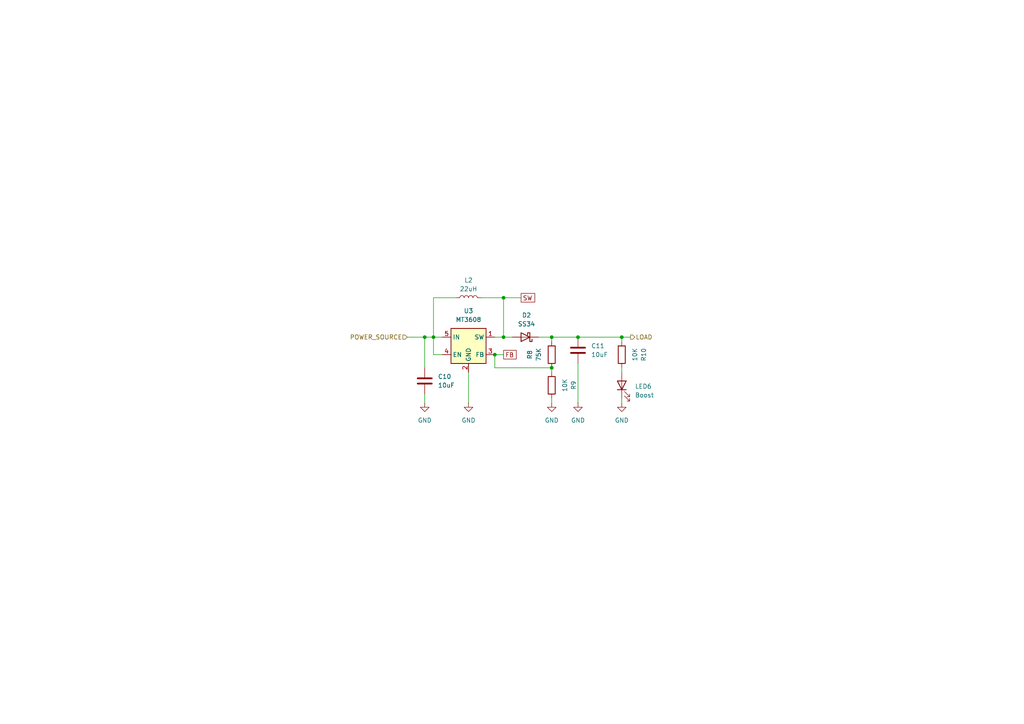
<source format=kicad_sch>
(kicad_sch (version 20231120) (generator "eeschema") (generator_version "8.0")
  (paper "A4")
  (lib_symbols
    (symbol "Device:C" (pin_numbers hide) (pin_names (offset 0.254))
      (property "Reference" "C" (at 0.635 2.54 0))
      (property "Value" "C" (at 0.635 -2.54 0))
      (symbol "C_0_1"
        (polyline (pts (xy -2.032 -0.762) (xy 2.032 -0.762)) (stroke (width 0.508)))
        (polyline (pts (xy -2.032 0.762) (xy 2.032 0.762)) (stroke (width 0.508)))
      )
      (symbol "C_1_1"
        (pin passive line (at 0 3.81 270) (length 2.794) (name "~") (number "1"))
        (pin passive line (at 0 -3.81 90) (length 2.794) (name "~") (number "2"))
      )
    )
    (symbol "Device:L" (pin_numbers hide) (pin_names (offset 1.016) hide)
      (property "Reference" "L" (at -1.27 0 90))
      (property "Value" "L" (at 1.905 0 90))
      (symbol "L_0_1"
        (arc (start 0 -2.54) (mid 0.6323 -1.905) (end 0 -1.27))
        (arc (start 0 -1.27) (mid 0.6323 -0.635) (end 0 0))
        (arc (start 0 0) (mid 0.6323 0.635) (end 0 1.27))
        (arc (start 0 1.27) (mid 0.6323 1.905) (end 0 2.54))
      )
      (symbol "L_1_1"
        (pin passive line (at 0 3.81 270) (length 1.27) (name "1") (number "1"))
        (pin passive line (at 0 -3.81 90) (length 1.27) (name "2") (number "2"))
      )
    )
    (symbol "Device:LED" (pin_numbers hide) (pin_names (offset 1.016) hide)
      (property "Reference" "D" (at 0 2.54 0))
      (property "Value" "LED" (at 0 -2.54 0))
      (symbol "LED_0_1"
        (polyline (pts (xy -1.27 -1.27) (xy -1.27 1.27)) (stroke (width 0.254)))
        (polyline (pts (xy -1.27 0) (xy 1.27 0)))
        (polyline (pts (xy 1.27 -1.27) (xy 1.27 1.27) (xy -1.27 0) (xy 1.27 -1.27)) (stroke (width 0.254)))
        (polyline (pts (xy -3.048 -0.762) (xy -4.572 -2.286) (xy -3.81 -2.286) (xy -4.572 -2.286) (xy -4.572 -1.524)))
        (polyline (pts (xy -1.778 -0.762) (xy -3.302 -2.286) (xy -2.54 -2.286) (xy -3.302 -2.286) (xy -3.302 -1.524)))
      )
      (symbol "LED_1_1"
        (pin passive line (at -3.81 0 0) (length 2.54) (name "K") (number "1"))
        (pin passive line (at 3.81 0 180) (length 2.54) (name "A") (number "2"))
      )
    )
    (symbol "Device:R" (pin_numbers hide) (pin_names (offset 0))
      (property "Reference" "R" (at 2.032 0 90))
      (property "Value" "R" (at 0 0 90))
      (symbol "R_0_1"
        (rectangle (start -1.016 -2.54) (end 1.016 2.54) (stroke (width 0.254)))
      )
      (symbol "R_1_1"
        (pin passive line (at 0 3.81 270) (length 1.27) (name "~") (number "1"))
        (pin passive line (at 0 -3.81 90) (length 1.27) (name "~") (number "2"))
      )
    )
    (symbol "Diode:SS34" (pin_numbers hide) (pin_names (offset 1.016) hide)
      (property "Reference" "D" (at 0 2.54 0))
      (property "Value" "SS34" (at 0 -2.54 0))
      (symbol "SS34_0_1"
        (polyline (pts (xy 1.27 0) (xy -1.27 0)))
        (polyline (pts (xy 1.27 1.27) (xy 1.27 -1.27) (xy -1.27 0) (xy 1.27 1.27)) (stroke (width 0.254)))
        (polyline (pts (xy -1.905 0.635) (xy -1.905 1.27) (xy -1.27 1.27) (xy -1.27 -1.27) (xy -0.635 -1.27) (xy -0.635 -0.635)) (stroke (width 0.254)))
      )
      (symbol "SS34_1_1"
        (pin passive line (at -3.81 0 0) (length 2.54) (name "K") (number "1"))
        (pin passive line (at 3.81 0 180) (length 2.54) (name "A") (number "2"))
      )
    )
    (symbol "lcsc:MT3608"
      (property "Reference" "U" (at -2.54 8.89 0))
      (property "Value" "MT3608" (at -3.81 6.35 0))
      (symbol "MT3608_0_1"
        (rectangle (start -5.08 5.08) (end 5.08 -5.08) (stroke (width 0.254)) (fill (type background)))
      )
      (symbol "MT3608_1_1"
        (pin passive line (at 7.62 2.54 180) (length 2.54) (name "SW") (number "1"))
        (pin power_in line (at 0 -7.62 90) (length 2.54) (name "GND") (number "2"))
        (pin input line (at 7.62 -2.54 180) (length 2.54) (name "FB") (number "3"))
        (pin input line (at -7.62 -2.54 0) (length 2.54) (name "EN") (number "4"))
        (pin power_in line (at -7.62 2.54 0) (length 2.54) (name "IN") (number "5"))
        (pin no_connect line (at 5.08 0 180) (length 2.54) hide (name "NC") (number "6"))
      )
    )
    (symbol "power:GND" (power) (pin_numbers hide) (pin_names (offset 0) hide)
      (property "Value" "GND" (at 0 -3.81 0))
      (symbol "GND_0_1"
        (polyline (pts (xy 0 0) (xy 0 -1.27) (xy 1.27 -1.27) (xy 0 -2.54) (xy -1.27 -1.27) (xy 0 -1.27)))
      )
      (symbol "GND_1_1"
        (pin power_in line (at 0 0 270) (length 0) (name "~") (number "1"))
      )
    )
  )
  (junction (at 146.05 86.36))
  (junction (at 167.64 97.79))
  (junction (at 160.02 106.68))
  (junction (at 123.19 97.79))
  (junction (at 146.05 97.79))
  (junction (at 180.34 97.79))
  (junction (at 143.51 102.87))
  (junction (at 160.02 97.79))
  (junction (at 125.73 97.79))
  (wire (pts (xy 146.05 97.79) (xy 143.51 97.79)))
  (wire (pts (xy 139.7 86.36) (xy 146.05 86.36)))
  (wire (pts (xy 180.34 106.68) (xy 180.34 107.95)))
  (wire (pts (xy 146.05 97.79) (xy 148.59 97.79)))
  (wire (pts (xy 143.51 106.68) (xy 160.02 106.68)))
  (wire (pts (xy 125.73 102.87) (xy 125.73 97.79)))
  (wire (pts (xy 143.51 102.87) (xy 143.51 106.68)))
  (wire (pts (xy 160.02 97.79) (xy 167.64 97.79)))
  (wire (pts (xy 180.34 97.79) (xy 180.34 99.06)))
  (wire (pts (xy 125.73 86.36) (xy 132.08 86.36)))
  (wire (pts (xy 167.64 105.41) (xy 167.64 116.84)))
  (wire (pts (xy 123.19 97.79) (xy 125.73 97.79)))
  (wire (pts (xy 160.02 106.68) (xy 160.02 107.95)))
  (wire (pts (xy 160.02 97.79) (xy 160.02 99.06)))
  (wire (pts (xy 180.34 97.79) (xy 182.88 97.79)))
  (wire (pts (xy 146.05 86.36) (xy 151.13 86.36)))
  (wire (pts (xy 123.19 106.68) (xy 123.19 97.79)))
  (wire (pts (xy 146.05 86.36) (xy 146.05 97.79)))
  (wire (pts (xy 156.21 97.79) (xy 160.02 97.79)))
  (wire (pts (xy 167.64 97.79) (xy 180.34 97.79)))
  (wire (pts (xy 125.73 86.36) (xy 125.73 97.79)))
  (wire (pts (xy 143.51 102.87) (xy 146.05 102.87)))
  (wire (pts (xy 135.89 107.95) (xy 135.89 116.84)))
  (wire (pts (xy 160.02 116.84) (xy 160.02 115.57)))
  (wire (pts (xy 128.27 102.87) (xy 125.73 102.87)))
  (wire (pts (xy 180.34 115.57) (xy 180.34 116.84)))
  (wire (pts (xy 125.73 97.79) (xy 128.27 97.79)))
  (wire (pts (xy 123.19 114.3) (xy 123.19 116.84)))
  (wire (pts (xy 118.11 97.79) (xy 123.19 97.79)))
  (global_label "FB" (shape passive) (at 146.05 102.87 0) (property "Intersheetrefs" "${INTERSHEET_REFS}" (effects (hide yes))))
  (global_label "SW" (shape passive) (at 151.13 86.36 0) (property "Intersheetrefs" "${INTERSHEET_REFS}" (effects (hide yes))))
  (hierarchical_label "LOAD" (shape output) (at 182.88 97.79 0))
  (hierarchical_label "POWER_SOURCE" (shape input) (at 118.11 97.79 180))
  (symbol (lib_id "power:GND") (at 123.19 116.84 0) (unit 1)
    (property "Reference" "#PWR08" (effects (hide yes)))
    (property "Value" "GND" (at 123.19 121.92 0))
    (property "Description" "Power symbol creates a global label with name \"GND\" , ground" (effects (hide yes)))
  )
  (symbol (lib_id "Device:C") (at 123.19 110.49 0) (unit 1)
    (property "Reference" "C10" (at 127 109.2199 0) (effects (justify left)))
    (property "Value" "10uF" (at 127 111.7599 0) (effects (justify left)))
    (property "Footprint" "Capacitor_SMD:C_0603_1608Metric" (effects (hide yes)))
    (property "Description" "Unpolarized capacitor" (effects (hide yes)))
    (property "LCSC Part" "C19702" (effects (hide yes)))
  )
  (symbol (lib_id "power:GND") (at 167.64 116.84 0) (unit 1)
    (property "Reference" "#PWR011" (effects (hide yes)))
    (property "Value" "GND" (at 167.64 121.92 0))
    (property "Description" "Power symbol creates a global label with name \"GND\" , ground" (effects (hide yes)))
  )
  (symbol (lib_id "Device:L") (at 135.89 86.36 90) (unit 1)
    (property "Reference" "L2" (at 135.89 81.28 90))
    (property "Value" "22uH" (at 135.89 83.82 90))
    (property "Footprint" "lcsc:IND-SMD_L7.0-W6.6" (effects (hide yes)))
    (property "Description" "Inductor" (effects (hide yes)))
    (property "LCSC Part" "C5832376" (effects (hide yes)))
  )
  (symbol (lib_id "Device:LED") (at 180.34 111.76 90) (unit 1)
    (property "Reference" "LED6" (at 184.15 112.0774 90) (effects (justify right)))
    (property "Value" "Boost" (at 184.15 114.6174 90) (effects (justify right)))
    (property "Footprint" "custom:LED_0805_2012Metric_Pad1.15x1.40mm_HandSolder_simple" (effects (hide yes)))
    (property "Description" "Light emitting diode" (effects (hide yes)))
  )
  (symbol (lib_id "lcsc:MT3608") (at 135.89 100.33 0) (unit 1)
    (property "Reference" "U3" (at 135.89 90.17 0))
    (property "Value" "MT3608" (at 135.89 92.71 0))
    (property "Footprint" "Package_TO_SOT_SMD:SOT-23-6" (effects (hide yes)))
    (property "Datasheet" "https://www.olimex.com/Products/Breadboarding/BB-PWR-3608/resources/MT3608.pdf" (effects (hide yes)))
    (property "Description" "High Efficiency 1.2MHz 2A Step Up Converter, 2-24V Vin, 28V Vout, 4A current limit, 1.2MHz, SOT23-6" (effects (hide yes)))
    (property "LCSC Part" "C84817" (effects (hide yes)))
    (property "JLCPCB_CORRECTION" "0; 0; 270" (effects (hide yes)))
  )
  (symbol (lib_id "Device:R") (at 160.02 102.87 0) (mirror y) (unit 1)
    (property "Reference" "R8" (at 153.67 102.87 90))
    (property "Value" "75K" (at 156.21 102.87 90))
    (property "Footprint" "Resistor_SMD:R_0402_1005Metric" (effects (hide yes)))
    (property "Description" "Resistor" (effects (hide yes)))
    (property "LCSC Part" "C25798" (effects (hide yes)))
  )
  (symbol (lib_id "Device:R") (at 180.34 102.87 0) (mirror y) (unit 1)
    (property "Reference" "R10" (at 186.69 102.87 90))
    (property "Value" "10K" (at 184.15 102.87 90))
    (property "Footprint" "Resistor_SMD:R_0402_1005Metric" (effects (hide yes)))
    (property "Description" "Resistor" (effects (hide yes)))
    (property "LCSC Part" "C25744" (effects (hide yes)))
  )
  (symbol (lib_id "Diode:SS34") (at 152.4 97.79 180) (unit 1)
    (property "Reference" "D2" (at 152.7175 91.44 0))
    (property "Value" "SS34" (at 152.7175 93.98 0))
    (property "Footprint" "custom:D_SMA_simple" (effects (hide yes)))
    (property "Datasheet" "https://www.vishay.com/docs/88751/ss32.pdf" (effects (hide yes)))
    (property "Description" "40V 3A Schottky Diode, SMA" (effects (hide yes)))
    (property "LCSC Part" "C8678" (effects (hide yes)))
  )
  (symbol (lib_id "power:GND") (at 180.34 116.84 0) (unit 1)
    (property "Reference" "#PWR012" (effects (hide yes)))
    (property "Value" "GND" (at 180.34 121.92 0))
    (property "Description" "Power symbol creates a global label with name \"GND\" , ground" (effects (hide yes)))
  )
  (symbol (lib_id "Device:C") (at 167.64 101.6 0) (unit 1)
    (property "Reference" "C11" (at 171.45 100.3299 0) (effects (justify left)))
    (property "Value" "10uF" (at 171.45 102.8699 0) (effects (justify left)))
    (property "Footprint" "Capacitor_SMD:C_0402_1005Metric" (effects (hide yes)))
    (property "Description" "Unpolarized capacitor" (effects (hide yes)))
    (property "LCSC Part" "C15525" (effects (hide yes)))
  )
  (symbol (lib_id "power:GND") (at 135.89 116.84 0) (unit 1)
    (property "Reference" "#PWR09" (effects (hide yes)))
    (property "Value" "GND" (at 135.89 121.92 0))
    (property "Description" "Power symbol creates a global label with name \"GND\" , ground" (effects (hide yes)))
  )
  (symbol (lib_id "Device:R") (at 160.02 111.76 0) (mirror y) (unit 1)
    (property "Reference" "R9" (at 166.37 111.76 90))
    (property "Value" "10K" (at 163.83 111.76 90))
    (property "Footprint" "Resistor_SMD:R_0402_1005Metric" (effects (hide yes)))
    (property "Description" "Resistor" (effects (hide yes)))
    (property "LCSC Part" "C25744" (effects (hide yes)))
  )
  (symbol (lib_id "power:GND") (at 160.02 116.84 0) (unit 1)
    (property "Reference" "#PWR010" (effects (hide yes)))
    (property "Value" "GND" (at 160.02 121.92 0))
    (property "Description" "Power symbol creates a global label with name \"GND\" , ground" (effects (hide yes)))
  )
)
</source>
